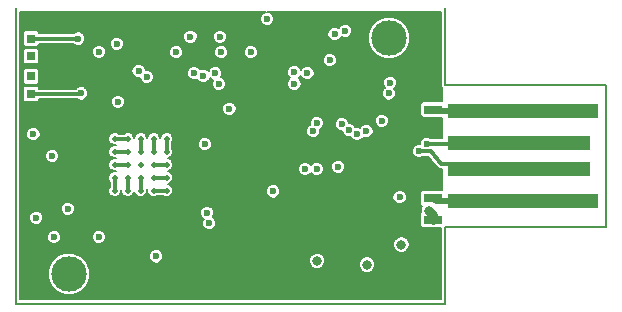
<source format=gbl>
G04 (created by PCBNEW (2013-05-16 BZR 4016)-stable) date 11. 1. 2014 1:24:09*
%MOIN*%
G04 Gerber Fmt 3.4, Leading zero omitted, Abs format*
%FSLAX34Y34*%
G01*
G70*
G90*
G04 APERTURE LIST*
%ADD10C,0.00590551*%
%ADD11R,0.0629921X0.0314961*%
%ADD12R,0.0314961X0.0314961*%
%ADD13C,0.11811*%
%ADD14R,0.5X0.05*%
%ADD15R,0.472441X0.05*%
%ADD16C,0.023622*%
%ADD17C,0.0314961*%
%ADD18C,0.019685*%
%ADD19C,0.011811*%
%ADD20C,0.0314961*%
%ADD21C,0.019685*%
%ADD22C,0.00787402*%
G04 APERTURE END LIST*
G54D10*
X20795Y-20510D02*
X20795Y-10667D01*
X35106Y-13206D02*
X35106Y-10667D01*
X40480Y-13206D02*
X35106Y-13206D01*
X35106Y-17970D02*
X35106Y-20510D01*
X40480Y-17970D02*
X35106Y-17970D01*
X40480Y-13206D02*
X40480Y-17970D01*
X35106Y-20510D02*
X20795Y-20510D01*
G54D11*
X34702Y-17704D03*
X34702Y-16996D03*
X34712Y-14752D03*
X34712Y-14043D03*
G54D12*
X21306Y-13521D03*
X21306Y-12931D03*
X21306Y-11671D03*
X21306Y-12262D03*
G54D13*
X33236Y-11651D03*
X22566Y-19525D03*
G54D14*
X37704Y-17088D03*
X37704Y-14088D03*
G54D15*
X37582Y-15163D03*
X37582Y-16014D03*
G54D16*
X27566Y-13187D03*
X27094Y-15195D03*
X28629Y-12124D03*
X31267Y-12399D03*
X34495Y-15175D03*
X34239Y-15431D03*
X27173Y-17478D03*
X30440Y-16021D03*
X27251Y-17832D03*
X30834Y-16021D03*
X26621Y-11612D03*
X33236Y-13502D03*
X27606Y-11612D03*
X33275Y-13147D03*
X22881Y-11671D03*
X31425Y-11533D03*
X22980Y-13502D03*
X30086Y-13187D03*
X30519Y-12832D03*
X31543Y-15943D03*
X30086Y-12793D03*
X30834Y-14486D03*
X27448Y-12832D03*
X31661Y-14525D03*
X30716Y-14762D03*
X27645Y-12124D03*
X32173Y-14860D03*
X24161Y-11848D03*
X26149Y-12124D03*
X22015Y-15588D03*
X22527Y-17340D03*
X31897Y-14722D03*
X22075Y-18292D03*
X32487Y-14762D03*
X21387Y-14860D03*
X32999Y-14407D03*
X27921Y-14014D03*
X29377Y-16769D03*
X33590Y-16966D03*
G54D17*
X34574Y-17419D03*
G54D16*
X30015Y-19750D03*
X24101Y-18680D03*
X21385Y-16297D03*
X23505Y-13030D03*
X22575Y-15590D03*
X33610Y-14486D03*
X26110Y-18689D03*
X21917Y-12557D03*
X32173Y-11415D03*
X33669Y-13777D03*
X27724Y-16454D03*
X24574Y-11179D03*
X26169Y-12636D03*
X27980Y-12202D03*
X27881Y-14880D03*
G54D18*
X32684Y-17537D03*
X32684Y-18088D03*
X32251Y-18088D03*
X31818Y-18088D03*
X31818Y-17537D03*
X32251Y-17537D03*
G54D16*
X21306Y-12931D03*
X21306Y-12262D03*
G54D17*
X30845Y-19080D03*
X32505Y-19210D03*
G54D16*
X26739Y-12832D03*
X25165Y-12951D03*
G54D18*
X25401Y-15884D03*
X25834Y-15884D03*
X25834Y-15451D03*
X25834Y-15017D03*
X25401Y-15017D03*
X25401Y-15451D03*
X24968Y-15884D03*
X24958Y-15874D03*
X25391Y-16307D03*
X25824Y-16307D03*
X25824Y-16740D03*
X25391Y-16740D03*
X24958Y-16740D03*
X24958Y-16307D03*
X24535Y-15884D03*
X24102Y-15884D03*
X24102Y-16317D03*
X24102Y-16750D03*
X24535Y-16750D03*
X24535Y-16317D03*
X24968Y-15884D03*
X24968Y-15884D03*
X24535Y-15451D03*
X24102Y-15451D03*
X24102Y-15017D03*
X24535Y-15017D03*
X24968Y-15017D03*
X24968Y-15451D03*
G54D16*
X23566Y-18286D03*
X24204Y-13779D03*
X23570Y-12110D03*
X29180Y-11021D03*
X21485Y-17650D03*
X31779Y-11415D03*
X25480Y-18935D03*
X27054Y-12911D03*
X24889Y-12754D03*
G54D17*
X33649Y-18541D03*
G54D19*
X37570Y-15175D02*
X37582Y-15163D01*
X34495Y-15175D02*
X37570Y-15175D01*
X34633Y-15431D02*
X34239Y-15431D01*
X37582Y-16014D02*
X37574Y-16021D01*
X34633Y-15431D02*
X34968Y-15844D01*
X35834Y-15844D02*
X37574Y-16021D01*
X34968Y-15844D02*
X35834Y-15844D01*
X21306Y-11671D02*
X22881Y-11671D01*
X21306Y-13521D02*
X22960Y-13521D01*
X22960Y-13521D02*
X22980Y-13502D01*
X21306Y-13531D02*
X21306Y-13521D01*
G54D20*
X34702Y-17704D02*
X34702Y-17547D01*
X34702Y-17547D02*
X34574Y-17419D01*
G54D19*
X26110Y-18689D02*
X26110Y-18699D01*
X21917Y-12557D02*
X21936Y-12557D01*
X32684Y-18088D02*
X32684Y-17537D01*
X31818Y-18088D02*
X32251Y-18088D01*
X32251Y-17537D02*
X31818Y-17537D01*
G54D21*
X37704Y-17088D02*
X34795Y-17088D01*
X34795Y-17088D02*
X34702Y-16996D01*
X37704Y-17088D02*
X37802Y-17084D01*
X37704Y-14088D02*
X34757Y-14088D01*
X34757Y-14088D02*
X34712Y-14043D01*
G54D19*
X25401Y-15884D02*
X25834Y-15884D01*
X25834Y-15451D02*
X25834Y-15017D01*
X25401Y-15451D02*
X25401Y-15017D01*
X25391Y-16307D02*
X25824Y-16307D01*
X25391Y-16740D02*
X25824Y-16740D01*
X24958Y-16307D02*
X24958Y-16740D01*
X24535Y-15884D02*
X24102Y-15884D01*
X24102Y-16317D02*
X24102Y-16750D01*
X24535Y-16317D02*
X24535Y-16750D01*
X24535Y-15451D02*
X24102Y-15451D01*
X24535Y-15017D02*
X24102Y-15017D01*
X24968Y-15451D02*
X24968Y-15017D01*
X23570Y-12110D02*
X23575Y-12110D01*
G54D10*
G36*
X35007Y-16720D02*
X34994Y-16720D01*
X34364Y-16720D01*
X34320Y-16738D01*
X34287Y-16771D01*
X34269Y-16815D01*
X34269Y-16862D01*
X34269Y-17177D01*
X34287Y-17220D01*
X34320Y-17253D01*
X34341Y-17262D01*
X34341Y-17263D01*
X34319Y-17314D01*
X34319Y-17314D01*
X34319Y-17314D01*
X34299Y-17364D01*
X34298Y-17469D01*
X34287Y-17480D01*
X34269Y-17523D01*
X34269Y-17570D01*
X34269Y-17885D01*
X34287Y-17929D01*
X34320Y-17962D01*
X34364Y-17980D01*
X34410Y-17980D01*
X34958Y-17980D01*
X34958Y-20362D01*
X33944Y-20362D01*
X33944Y-11511D01*
X33837Y-11250D01*
X33637Y-11051D01*
X33377Y-10943D01*
X33095Y-10943D01*
X32835Y-11050D01*
X32635Y-11249D01*
X32527Y-11510D01*
X32527Y-11792D01*
X32634Y-12052D01*
X32834Y-12252D01*
X33094Y-12360D01*
X33376Y-12360D01*
X33636Y-12252D01*
X33836Y-12053D01*
X33944Y-11793D01*
X33944Y-11511D01*
X33944Y-20362D01*
X33925Y-20362D01*
X33925Y-18486D01*
X33883Y-18385D01*
X33826Y-18328D01*
X33826Y-16919D01*
X33790Y-16833D01*
X33724Y-16766D01*
X33637Y-16730D01*
X33543Y-16730D01*
X33511Y-16743D01*
X33511Y-13101D01*
X33475Y-13014D01*
X33409Y-12947D01*
X33322Y-12911D01*
X33228Y-12911D01*
X33141Y-12947D01*
X33075Y-13013D01*
X33039Y-13100D01*
X33039Y-13194D01*
X33075Y-13281D01*
X33098Y-13305D01*
X33035Y-13368D01*
X32999Y-13455D01*
X32999Y-13548D01*
X33035Y-13635D01*
X33102Y-13702D01*
X33188Y-13738D01*
X33282Y-13738D01*
X33369Y-13702D01*
X33436Y-13636D01*
X33472Y-13549D01*
X33472Y-13455D01*
X33436Y-13368D01*
X33412Y-13344D01*
X33475Y-13281D01*
X33511Y-13195D01*
X33511Y-13101D01*
X33511Y-16743D01*
X33456Y-16766D01*
X33390Y-16832D01*
X33354Y-16919D01*
X33354Y-17013D01*
X33389Y-17100D01*
X33456Y-17166D01*
X33543Y-17202D01*
X33637Y-17203D01*
X33723Y-17167D01*
X33790Y-17100D01*
X33826Y-17013D01*
X33826Y-16919D01*
X33826Y-18328D01*
X33805Y-18308D01*
X33704Y-18266D01*
X33594Y-18265D01*
X33493Y-18307D01*
X33415Y-18385D01*
X33373Y-18486D01*
X33373Y-18596D01*
X33415Y-18697D01*
X33493Y-18775D01*
X33594Y-18817D01*
X33704Y-18817D01*
X33805Y-18775D01*
X33882Y-18697D01*
X33925Y-18596D01*
X33925Y-18486D01*
X33925Y-20362D01*
X33236Y-20362D01*
X33236Y-14360D01*
X33200Y-14274D01*
X33133Y-14207D01*
X33046Y-14171D01*
X32953Y-14171D01*
X32866Y-14207D01*
X32799Y-14273D01*
X32763Y-14360D01*
X32763Y-14454D01*
X32799Y-14541D01*
X32865Y-14607D01*
X32952Y-14643D01*
X33046Y-14643D01*
X33133Y-14608D01*
X33199Y-14541D01*
X33235Y-14454D01*
X33236Y-14360D01*
X33236Y-20362D01*
X32780Y-20362D01*
X32780Y-19155D01*
X32738Y-19054D01*
X32724Y-19039D01*
X32724Y-14715D01*
X32688Y-14628D01*
X32621Y-14561D01*
X32535Y-14525D01*
X32441Y-14525D01*
X32354Y-14561D01*
X32287Y-14628D01*
X32279Y-14648D01*
X32220Y-14624D01*
X32126Y-14624D01*
X32114Y-14629D01*
X32097Y-14589D01*
X32031Y-14522D01*
X32015Y-14515D01*
X32015Y-11368D01*
X31979Y-11281D01*
X31913Y-11215D01*
X31826Y-11179D01*
X31732Y-11179D01*
X31645Y-11215D01*
X31579Y-11281D01*
X31557Y-11333D01*
X31472Y-11297D01*
X31378Y-11297D01*
X31291Y-11333D01*
X31224Y-11399D01*
X31188Y-11486D01*
X31188Y-11580D01*
X31224Y-11667D01*
X31291Y-11733D01*
X31377Y-11769D01*
X31471Y-11769D01*
X31558Y-11734D01*
X31625Y-11667D01*
X31646Y-11616D01*
X31732Y-11651D01*
X31826Y-11651D01*
X31912Y-11615D01*
X31979Y-11549D01*
X32015Y-11462D01*
X32015Y-11368D01*
X32015Y-14515D01*
X31944Y-14486D01*
X31897Y-14486D01*
X31897Y-14479D01*
X31861Y-14392D01*
X31795Y-14325D01*
X31708Y-14289D01*
X31614Y-14289D01*
X31527Y-14325D01*
X31503Y-14349D01*
X31503Y-12353D01*
X31467Y-12266D01*
X31401Y-12199D01*
X31314Y-12163D01*
X31220Y-12163D01*
X31133Y-12199D01*
X31067Y-12265D01*
X31031Y-12352D01*
X31031Y-12446D01*
X31067Y-12533D01*
X31133Y-12599D01*
X31220Y-12636D01*
X31314Y-12636D01*
X31401Y-12600D01*
X31467Y-12533D01*
X31503Y-12447D01*
X31503Y-12353D01*
X31503Y-14349D01*
X31461Y-14391D01*
X31425Y-14478D01*
X31424Y-14572D01*
X31460Y-14659D01*
X31527Y-14725D01*
X31614Y-14762D01*
X31661Y-14762D01*
X31661Y-14769D01*
X31697Y-14856D01*
X31763Y-14922D01*
X31850Y-14958D01*
X31944Y-14958D01*
X31956Y-14954D01*
X31972Y-14994D01*
X32039Y-15060D01*
X32125Y-15096D01*
X32219Y-15096D01*
X32306Y-15060D01*
X32373Y-14994D01*
X32381Y-14973D01*
X32440Y-14998D01*
X32534Y-14998D01*
X32621Y-14962D01*
X32688Y-14896D01*
X32724Y-14809D01*
X32724Y-14715D01*
X32724Y-19039D01*
X32661Y-18976D01*
X32560Y-18934D01*
X32450Y-18934D01*
X32349Y-18976D01*
X32271Y-19053D01*
X32229Y-19154D01*
X32229Y-19264D01*
X32271Y-19365D01*
X32348Y-19443D01*
X32449Y-19485D01*
X32559Y-19485D01*
X32660Y-19443D01*
X32738Y-19366D01*
X32780Y-19265D01*
X32780Y-19155D01*
X32780Y-20362D01*
X31779Y-20362D01*
X31779Y-15896D01*
X31743Y-15809D01*
X31677Y-15743D01*
X31590Y-15706D01*
X31496Y-15706D01*
X31409Y-15742D01*
X31342Y-15809D01*
X31306Y-15895D01*
X31306Y-15989D01*
X31342Y-16076D01*
X31409Y-16143D01*
X31495Y-16179D01*
X31589Y-16179D01*
X31676Y-16143D01*
X31743Y-16077D01*
X31779Y-15990D01*
X31779Y-15896D01*
X31779Y-20362D01*
X31120Y-20362D01*
X31120Y-19025D01*
X31078Y-18924D01*
X31070Y-18916D01*
X31070Y-15975D01*
X31070Y-14439D01*
X31034Y-14352D01*
X30968Y-14286D01*
X30881Y-14250D01*
X30787Y-14250D01*
X30755Y-14263D01*
X30755Y-12786D01*
X30719Y-12699D01*
X30653Y-12632D01*
X30566Y-12596D01*
X30472Y-12596D01*
X30385Y-12632D01*
X30319Y-12698D01*
X30311Y-12718D01*
X30286Y-12659D01*
X30220Y-12593D01*
X30133Y-12557D01*
X30039Y-12557D01*
X29952Y-12593D01*
X29886Y-12659D01*
X29850Y-12746D01*
X29850Y-12840D01*
X29886Y-12927D01*
X29949Y-12990D01*
X29886Y-13053D01*
X29850Y-13140D01*
X29850Y-13234D01*
X29886Y-13320D01*
X29952Y-13387D01*
X30039Y-13423D01*
X30133Y-13423D01*
X30220Y-13387D01*
X30286Y-13321D01*
X30322Y-13234D01*
X30322Y-13140D01*
X30286Y-13053D01*
X30223Y-12990D01*
X30286Y-12927D01*
X30294Y-12907D01*
X30319Y-12966D01*
X30385Y-13033D01*
X30472Y-13069D01*
X30566Y-13069D01*
X30653Y-13033D01*
X30719Y-12966D01*
X30755Y-12880D01*
X30755Y-12786D01*
X30755Y-14263D01*
X30700Y-14286D01*
X30634Y-14352D01*
X30598Y-14439D01*
X30598Y-14533D01*
X30605Y-14552D01*
X30582Y-14561D01*
X30516Y-14628D01*
X30480Y-14714D01*
X30480Y-14808D01*
X30515Y-14895D01*
X30582Y-14962D01*
X30669Y-14998D01*
X30763Y-14998D01*
X30849Y-14962D01*
X30916Y-14896D01*
X30952Y-14809D01*
X30952Y-14715D01*
X30944Y-14696D01*
X30968Y-14686D01*
X31034Y-14620D01*
X31070Y-14533D01*
X31070Y-14439D01*
X31070Y-15975D01*
X31034Y-15888D01*
X30968Y-15821D01*
X30881Y-15785D01*
X30787Y-15785D01*
X30700Y-15821D01*
X30637Y-15884D01*
X30574Y-15821D01*
X30487Y-15785D01*
X30393Y-15785D01*
X30307Y-15821D01*
X30240Y-15887D01*
X30204Y-15974D01*
X30204Y-16068D01*
X30240Y-16155D01*
X30306Y-16222D01*
X30393Y-16258D01*
X30487Y-16258D01*
X30574Y-16222D01*
X30637Y-16159D01*
X30700Y-16222D01*
X30787Y-16258D01*
X30881Y-16258D01*
X30968Y-16222D01*
X31034Y-16155D01*
X31070Y-16069D01*
X31070Y-15975D01*
X31070Y-18916D01*
X31001Y-18846D01*
X30900Y-18804D01*
X30790Y-18804D01*
X30689Y-18846D01*
X30611Y-18923D01*
X30569Y-19024D01*
X30569Y-19134D01*
X30611Y-19235D01*
X30688Y-19313D01*
X30789Y-19355D01*
X30899Y-19355D01*
X31000Y-19313D01*
X31078Y-19236D01*
X31120Y-19135D01*
X31120Y-19025D01*
X31120Y-20362D01*
X29614Y-20362D01*
X29614Y-16723D01*
X29578Y-16636D01*
X29511Y-16569D01*
X29424Y-16533D01*
X29330Y-16533D01*
X29244Y-16569D01*
X29177Y-16635D01*
X29141Y-16722D01*
X29141Y-16816D01*
X29177Y-16903D01*
X29243Y-16970D01*
X29330Y-17006D01*
X29424Y-17006D01*
X29511Y-16970D01*
X29577Y-16903D01*
X29613Y-16817D01*
X29614Y-16723D01*
X29614Y-20362D01*
X28865Y-20362D01*
X28865Y-12077D01*
X28830Y-11990D01*
X28763Y-11924D01*
X28676Y-11888D01*
X28582Y-11887D01*
X28496Y-11923D01*
X28429Y-11990D01*
X28393Y-12077D01*
X28393Y-12171D01*
X28429Y-12257D01*
X28495Y-12324D01*
X28582Y-12360D01*
X28676Y-12360D01*
X28763Y-12324D01*
X28829Y-12258D01*
X28865Y-12171D01*
X28865Y-12077D01*
X28865Y-20362D01*
X28157Y-20362D01*
X28157Y-13967D01*
X28121Y-13880D01*
X28055Y-13813D01*
X27968Y-13777D01*
X27881Y-13777D01*
X27881Y-12077D01*
X27845Y-11990D01*
X27842Y-11987D01*
X27842Y-11565D01*
X27806Y-11478D01*
X27740Y-11412D01*
X27653Y-11376D01*
X27559Y-11376D01*
X27472Y-11412D01*
X27405Y-11478D01*
X27369Y-11565D01*
X27369Y-11659D01*
X27405Y-11746D01*
X27472Y-11812D01*
X27558Y-11848D01*
X27652Y-11848D01*
X27739Y-11812D01*
X27806Y-11746D01*
X27842Y-11659D01*
X27842Y-11565D01*
X27842Y-11987D01*
X27779Y-11924D01*
X27692Y-11888D01*
X27598Y-11887D01*
X27511Y-11923D01*
X27445Y-11990D01*
X27409Y-12077D01*
X27409Y-12171D01*
X27445Y-12257D01*
X27511Y-12324D01*
X27598Y-12360D01*
X27692Y-12360D01*
X27779Y-12324D01*
X27845Y-12258D01*
X27881Y-12171D01*
X27881Y-12077D01*
X27881Y-13777D01*
X27874Y-13777D01*
X27802Y-13807D01*
X27802Y-13140D01*
X27767Y-13053D01*
X27700Y-12987D01*
X27649Y-12965D01*
X27684Y-12880D01*
X27684Y-12786D01*
X27648Y-12699D01*
X27582Y-12632D01*
X27495Y-12596D01*
X27401Y-12596D01*
X27314Y-12632D01*
X27248Y-12698D01*
X27227Y-12749D01*
X27188Y-12711D01*
X27102Y-12675D01*
X27008Y-12675D01*
X26941Y-12702D01*
X26940Y-12699D01*
X26873Y-12632D01*
X26858Y-12626D01*
X26858Y-11565D01*
X26822Y-11478D01*
X26755Y-11412D01*
X26669Y-11376D01*
X26575Y-11376D01*
X26488Y-11412D01*
X26421Y-11478D01*
X26385Y-11565D01*
X26385Y-11659D01*
X26421Y-11746D01*
X26487Y-11812D01*
X26574Y-11848D01*
X26668Y-11848D01*
X26755Y-11812D01*
X26821Y-11746D01*
X26858Y-11659D01*
X26858Y-11565D01*
X26858Y-12626D01*
X26787Y-12596D01*
X26693Y-12596D01*
X26606Y-12632D01*
X26539Y-12698D01*
X26503Y-12785D01*
X26503Y-12879D01*
X26539Y-12966D01*
X26605Y-13033D01*
X26692Y-13069D01*
X26786Y-13069D01*
X26853Y-13041D01*
X26854Y-13045D01*
X26920Y-13111D01*
X27007Y-13147D01*
X27101Y-13147D01*
X27188Y-13112D01*
X27255Y-13045D01*
X27276Y-12994D01*
X27314Y-13033D01*
X27366Y-13054D01*
X27330Y-13140D01*
X27330Y-13234D01*
X27366Y-13320D01*
X27432Y-13387D01*
X27519Y-13423D01*
X27613Y-13423D01*
X27700Y-13387D01*
X27766Y-13321D01*
X27802Y-13234D01*
X27802Y-13140D01*
X27802Y-13807D01*
X27787Y-13813D01*
X27720Y-13880D01*
X27684Y-13966D01*
X27684Y-14060D01*
X27720Y-14147D01*
X27787Y-14214D01*
X27873Y-14250D01*
X27967Y-14250D01*
X28054Y-14214D01*
X28121Y-14147D01*
X28157Y-14061D01*
X28157Y-13967D01*
X28157Y-20362D01*
X27488Y-20362D01*
X27488Y-17786D01*
X27452Y-17699D01*
X27385Y-17632D01*
X27362Y-17623D01*
X27373Y-17612D01*
X27409Y-17525D01*
X27409Y-17431D01*
X27373Y-17344D01*
X27330Y-17302D01*
X27330Y-15148D01*
X27294Y-15061D01*
X27228Y-14994D01*
X27141Y-14958D01*
X27047Y-14958D01*
X26960Y-14994D01*
X26894Y-15061D01*
X26858Y-15147D01*
X26858Y-15241D01*
X26893Y-15328D01*
X26960Y-15395D01*
X27047Y-15431D01*
X27141Y-15431D01*
X27227Y-15395D01*
X27294Y-15329D01*
X27330Y-15242D01*
X27330Y-15148D01*
X27330Y-17302D01*
X27307Y-17278D01*
X27220Y-17242D01*
X27126Y-17242D01*
X27039Y-17278D01*
X26972Y-17344D01*
X26936Y-17431D01*
X26936Y-17525D01*
X26972Y-17612D01*
X27039Y-17678D01*
X27062Y-17688D01*
X27051Y-17698D01*
X27015Y-17785D01*
X27015Y-17879D01*
X27051Y-17966D01*
X27117Y-18033D01*
X27204Y-18069D01*
X27298Y-18069D01*
X27385Y-18033D01*
X27451Y-17966D01*
X27487Y-17880D01*
X27488Y-17786D01*
X27488Y-20362D01*
X26385Y-20362D01*
X26385Y-12077D01*
X26349Y-11990D01*
X26283Y-11924D01*
X26196Y-11888D01*
X26102Y-11887D01*
X26015Y-11923D01*
X25949Y-11990D01*
X25913Y-12077D01*
X25913Y-12171D01*
X25949Y-12257D01*
X26015Y-12324D01*
X26102Y-12360D01*
X26196Y-12360D01*
X26283Y-12324D01*
X26349Y-12258D01*
X26385Y-12171D01*
X26385Y-12077D01*
X26385Y-20362D01*
X26051Y-20362D01*
X26051Y-15841D01*
X26018Y-15761D01*
X25957Y-15700D01*
X25877Y-15667D01*
X25877Y-15667D01*
X25956Y-15634D01*
X26017Y-15573D01*
X26050Y-15494D01*
X26051Y-15408D01*
X26018Y-15328D01*
X26011Y-15322D01*
X26011Y-15147D01*
X26017Y-15140D01*
X26050Y-15061D01*
X26051Y-14975D01*
X26018Y-14895D01*
X25957Y-14834D01*
X25877Y-14801D01*
X25791Y-14801D01*
X25711Y-14834D01*
X25650Y-14895D01*
X25617Y-14974D01*
X25617Y-14975D01*
X25585Y-14895D01*
X25524Y-14834D01*
X25444Y-14801D01*
X25401Y-14801D01*
X25401Y-12904D01*
X25365Y-12817D01*
X25299Y-12750D01*
X25212Y-12714D01*
X25125Y-12714D01*
X25125Y-12707D01*
X25089Y-12620D01*
X25023Y-12554D01*
X24936Y-12517D01*
X24842Y-12517D01*
X24755Y-12553D01*
X24689Y-12620D01*
X24653Y-12706D01*
X24653Y-12800D01*
X24689Y-12887D01*
X24755Y-12954D01*
X24842Y-12990D01*
X24928Y-12990D01*
X24928Y-12997D01*
X24964Y-13084D01*
X25031Y-13151D01*
X25117Y-13187D01*
X25211Y-13187D01*
X25298Y-13151D01*
X25365Y-13085D01*
X25401Y-12998D01*
X25401Y-12904D01*
X25401Y-14801D01*
X25358Y-14801D01*
X25278Y-14834D01*
X25217Y-14895D01*
X25184Y-14974D01*
X25184Y-14975D01*
X25151Y-14895D01*
X25091Y-14834D01*
X25011Y-14801D01*
X24925Y-14801D01*
X24845Y-14834D01*
X24784Y-14895D01*
X24751Y-14974D01*
X24751Y-14975D01*
X24718Y-14895D01*
X24658Y-14834D01*
X24578Y-14801D01*
X24492Y-14801D01*
X24440Y-14822D01*
X24440Y-13732D01*
X24404Y-13645D01*
X24397Y-13638D01*
X24397Y-11801D01*
X24361Y-11715D01*
X24295Y-11648D01*
X24208Y-11612D01*
X24114Y-11612D01*
X24027Y-11648D01*
X23961Y-11714D01*
X23925Y-11801D01*
X23924Y-11895D01*
X23960Y-11982D01*
X24027Y-12048D01*
X24114Y-12084D01*
X24208Y-12084D01*
X24294Y-12049D01*
X24361Y-11982D01*
X24397Y-11895D01*
X24397Y-11801D01*
X24397Y-13638D01*
X24337Y-13578D01*
X24251Y-13542D01*
X24157Y-13542D01*
X24070Y-13578D01*
X24003Y-13645D01*
X23967Y-13731D01*
X23967Y-13825D01*
X24003Y-13912D01*
X24070Y-13979D01*
X24156Y-14015D01*
X24250Y-14015D01*
X24337Y-13979D01*
X24404Y-13912D01*
X24440Y-13826D01*
X24440Y-13732D01*
X24440Y-14822D01*
X24412Y-14834D01*
X24406Y-14840D01*
X24231Y-14840D01*
X24224Y-14834D01*
X24145Y-14801D01*
X24059Y-14801D01*
X23979Y-14834D01*
X23918Y-14895D01*
X23885Y-14974D01*
X23885Y-15060D01*
X23918Y-15140D01*
X23979Y-15201D01*
X24058Y-15234D01*
X24145Y-15234D01*
X24059Y-15234D01*
X23979Y-15267D01*
X23918Y-15328D01*
X23885Y-15407D01*
X23885Y-15493D01*
X23918Y-15573D01*
X23979Y-15634D01*
X24058Y-15667D01*
X24145Y-15667D01*
X24059Y-15667D01*
X23979Y-15700D01*
X23918Y-15761D01*
X23885Y-15840D01*
X23885Y-15926D01*
X23918Y-16006D01*
X23979Y-16067D01*
X24058Y-16100D01*
X24145Y-16100D01*
X24059Y-16100D01*
X23979Y-16133D01*
X23918Y-16194D01*
X23885Y-16273D01*
X23885Y-16360D01*
X23918Y-16439D01*
X23925Y-16446D01*
X23925Y-16621D01*
X23918Y-16627D01*
X23885Y-16706D01*
X23885Y-16793D01*
X23918Y-16872D01*
X23979Y-16933D01*
X24058Y-16966D01*
X24145Y-16966D01*
X24224Y-16933D01*
X24285Y-16873D01*
X24318Y-16793D01*
X24318Y-16707D01*
X24318Y-16793D01*
X24351Y-16872D01*
X24412Y-16933D01*
X24491Y-16966D01*
X24578Y-16966D01*
X24657Y-16933D01*
X24718Y-16873D01*
X24748Y-16800D01*
X24774Y-16862D01*
X24835Y-16923D01*
X24915Y-16956D01*
X25001Y-16956D01*
X25080Y-16924D01*
X25141Y-16863D01*
X25174Y-16783D01*
X25175Y-16697D01*
X25174Y-16783D01*
X25207Y-16862D01*
X25268Y-16923D01*
X25348Y-16956D01*
X25434Y-16956D01*
X25514Y-16924D01*
X25520Y-16917D01*
X25695Y-16917D01*
X25701Y-16923D01*
X25781Y-16956D01*
X25867Y-16956D01*
X25947Y-16924D01*
X26008Y-16863D01*
X26041Y-16783D01*
X26041Y-16697D01*
X26008Y-16617D01*
X25947Y-16556D01*
X25867Y-16523D01*
X25867Y-16523D01*
X25947Y-16490D01*
X26008Y-16430D01*
X26041Y-16350D01*
X26041Y-16264D01*
X26008Y-16184D01*
X25947Y-16123D01*
X25884Y-16097D01*
X25956Y-16067D01*
X26017Y-16006D01*
X26050Y-15927D01*
X26051Y-15841D01*
X26051Y-20362D01*
X25716Y-20362D01*
X25716Y-18888D01*
X25680Y-18801D01*
X25614Y-18735D01*
X25527Y-18699D01*
X25433Y-18699D01*
X25346Y-18734D01*
X25279Y-18801D01*
X25243Y-18888D01*
X25243Y-18982D01*
X25279Y-19068D01*
X25346Y-19135D01*
X25432Y-19171D01*
X25526Y-19171D01*
X25613Y-19135D01*
X25680Y-19069D01*
X25716Y-18982D01*
X25716Y-18888D01*
X25716Y-20362D01*
X23806Y-20362D01*
X23806Y-12063D01*
X23771Y-11976D01*
X23704Y-11909D01*
X23617Y-11873D01*
X23523Y-11873D01*
X23437Y-11909D01*
X23370Y-11976D01*
X23334Y-12062D01*
X23334Y-12156D01*
X23370Y-12243D01*
X23436Y-12310D01*
X23523Y-12346D01*
X23617Y-12346D01*
X23704Y-12310D01*
X23770Y-12243D01*
X23806Y-12157D01*
X23806Y-12063D01*
X23806Y-20362D01*
X23802Y-20362D01*
X23802Y-18239D01*
X23766Y-18152D01*
X23699Y-18085D01*
X23613Y-18049D01*
X23519Y-18049D01*
X23432Y-18085D01*
X23365Y-18152D01*
X23329Y-18238D01*
X23329Y-18332D01*
X23365Y-18419D01*
X23432Y-18486D01*
X23518Y-18522D01*
X23612Y-18522D01*
X23699Y-18486D01*
X23766Y-18419D01*
X23802Y-18333D01*
X23802Y-18239D01*
X23802Y-20362D01*
X23275Y-20362D01*
X23275Y-19385D01*
X23216Y-19242D01*
X23216Y-13455D01*
X23180Y-13368D01*
X23117Y-13305D01*
X23117Y-11624D01*
X23082Y-11537D01*
X23015Y-11471D01*
X22928Y-11435D01*
X22834Y-11435D01*
X22748Y-11471D01*
X22724Y-11494D01*
X21582Y-11494D01*
X21582Y-11490D01*
X21564Y-11447D01*
X21531Y-11413D01*
X21487Y-11395D01*
X21440Y-11395D01*
X21126Y-11395D01*
X21082Y-11413D01*
X21049Y-11447D01*
X21031Y-11490D01*
X21031Y-11537D01*
X21031Y-11852D01*
X21049Y-11895D01*
X21082Y-11929D01*
X21125Y-11947D01*
X21172Y-11947D01*
X21487Y-11947D01*
X21531Y-11929D01*
X21564Y-11895D01*
X21582Y-11852D01*
X21582Y-11848D01*
X22724Y-11848D01*
X22747Y-11871D01*
X22834Y-11907D01*
X22928Y-11907D01*
X23015Y-11871D01*
X23081Y-11805D01*
X23117Y-11718D01*
X23117Y-11624D01*
X23117Y-13305D01*
X23114Y-13302D01*
X23027Y-13266D01*
X22933Y-13265D01*
X22846Y-13301D01*
X22803Y-13344D01*
X21582Y-13344D01*
X21582Y-13341D01*
X21582Y-13065D01*
X21582Y-12750D01*
X21582Y-12396D01*
X21582Y-12081D01*
X21564Y-12037D01*
X21531Y-12004D01*
X21487Y-11986D01*
X21440Y-11986D01*
X21126Y-11986D01*
X21082Y-12004D01*
X21049Y-12037D01*
X21031Y-12080D01*
X21031Y-12127D01*
X21031Y-12442D01*
X21049Y-12486D01*
X21082Y-12519D01*
X21125Y-12537D01*
X21172Y-12537D01*
X21487Y-12537D01*
X21531Y-12519D01*
X21564Y-12486D01*
X21582Y-12443D01*
X21582Y-12396D01*
X21582Y-12750D01*
X21564Y-12707D01*
X21531Y-12673D01*
X21487Y-12655D01*
X21440Y-12655D01*
X21126Y-12655D01*
X21082Y-12673D01*
X21049Y-12706D01*
X21031Y-12750D01*
X21031Y-12797D01*
X21031Y-13112D01*
X21049Y-13155D01*
X21082Y-13188D01*
X21125Y-13206D01*
X21172Y-13206D01*
X21487Y-13206D01*
X21531Y-13189D01*
X21564Y-13155D01*
X21582Y-13112D01*
X21582Y-13065D01*
X21582Y-13341D01*
X21564Y-13297D01*
X21531Y-13264D01*
X21487Y-13246D01*
X21440Y-13246D01*
X21126Y-13246D01*
X21082Y-13264D01*
X21049Y-13297D01*
X21031Y-13340D01*
X21031Y-13387D01*
X21031Y-13702D01*
X21049Y-13746D01*
X21082Y-13779D01*
X21125Y-13797D01*
X21172Y-13797D01*
X21487Y-13797D01*
X21531Y-13779D01*
X21564Y-13746D01*
X21582Y-13702D01*
X21582Y-13699D01*
X22842Y-13699D01*
X22846Y-13702D01*
X22932Y-13738D01*
X23026Y-13738D01*
X23113Y-13702D01*
X23180Y-13636D01*
X23216Y-13549D01*
X23216Y-13455D01*
X23216Y-19242D01*
X23167Y-19124D01*
X22968Y-18925D01*
X22763Y-18840D01*
X22763Y-17294D01*
X22727Y-17207D01*
X22661Y-17140D01*
X22574Y-17104D01*
X22480Y-17104D01*
X22393Y-17140D01*
X22327Y-17206D01*
X22291Y-17293D01*
X22291Y-17387D01*
X22326Y-17474D01*
X22393Y-17540D01*
X22480Y-17576D01*
X22574Y-17577D01*
X22660Y-17541D01*
X22727Y-17474D01*
X22763Y-17387D01*
X22763Y-17294D01*
X22763Y-18840D01*
X22708Y-18817D01*
X22426Y-18817D01*
X22311Y-18864D01*
X22311Y-18245D01*
X22275Y-18158D01*
X22251Y-18134D01*
X22251Y-15542D01*
X22215Y-15455D01*
X22149Y-15388D01*
X22062Y-15352D01*
X21968Y-15352D01*
X21881Y-15388D01*
X21815Y-15454D01*
X21779Y-15541D01*
X21779Y-15635D01*
X21815Y-15722D01*
X21881Y-15788D01*
X21968Y-15824D01*
X22062Y-15825D01*
X22149Y-15789D01*
X22215Y-15722D01*
X22251Y-15636D01*
X22251Y-15542D01*
X22251Y-18134D01*
X22208Y-18091D01*
X22122Y-18055D01*
X22028Y-18055D01*
X21941Y-18091D01*
X21874Y-18158D01*
X21838Y-18244D01*
X21838Y-18338D01*
X21874Y-18425D01*
X21941Y-18492D01*
X22027Y-18528D01*
X22121Y-18528D01*
X22208Y-18492D01*
X22275Y-18425D01*
X22311Y-18339D01*
X22311Y-18245D01*
X22311Y-18864D01*
X22165Y-18924D01*
X21966Y-19123D01*
X21858Y-19384D01*
X21857Y-19666D01*
X21965Y-19926D01*
X22164Y-20126D01*
X22425Y-20234D01*
X22707Y-20234D01*
X22967Y-20126D01*
X23167Y-19927D01*
X23275Y-19667D01*
X23275Y-19385D01*
X23275Y-20362D01*
X21721Y-20362D01*
X21721Y-17603D01*
X21685Y-17516D01*
X21623Y-17454D01*
X21623Y-14813D01*
X21587Y-14726D01*
X21520Y-14659D01*
X21434Y-14623D01*
X21340Y-14623D01*
X21253Y-14659D01*
X21186Y-14726D01*
X21150Y-14812D01*
X21150Y-14906D01*
X21186Y-14993D01*
X21253Y-15060D01*
X21339Y-15096D01*
X21433Y-15096D01*
X21520Y-15060D01*
X21587Y-14993D01*
X21623Y-14907D01*
X21623Y-14813D01*
X21623Y-17454D01*
X21618Y-17449D01*
X21532Y-17413D01*
X21438Y-17413D01*
X21351Y-17449D01*
X21284Y-17516D01*
X21248Y-17602D01*
X21248Y-17696D01*
X21284Y-17783D01*
X21351Y-17850D01*
X21437Y-17886D01*
X21531Y-17886D01*
X21618Y-17850D01*
X21685Y-17783D01*
X21721Y-17697D01*
X21721Y-17603D01*
X21721Y-20362D01*
X20942Y-20362D01*
X20942Y-10785D01*
X29134Y-10785D01*
X29047Y-10821D01*
X28980Y-10887D01*
X28944Y-10974D01*
X28944Y-11068D01*
X28980Y-11155D01*
X29046Y-11222D01*
X29133Y-11258D01*
X29227Y-11258D01*
X29314Y-11222D01*
X29381Y-11155D01*
X29417Y-11069D01*
X29417Y-10975D01*
X29381Y-10888D01*
X29314Y-10821D01*
X29228Y-10785D01*
X29181Y-10785D01*
X34958Y-10785D01*
X34958Y-13206D01*
X34969Y-13263D01*
X35001Y-13311D01*
X35007Y-13315D01*
X35007Y-13767D01*
X35003Y-13767D01*
X34374Y-13767D01*
X34330Y-13785D01*
X34297Y-13819D01*
X34279Y-13862D01*
X34279Y-13909D01*
X34279Y-14224D01*
X34297Y-14267D01*
X34330Y-14301D01*
X34373Y-14319D01*
X34420Y-14319D01*
X35007Y-14319D01*
X35007Y-14998D01*
X34652Y-14998D01*
X34629Y-14975D01*
X34543Y-14939D01*
X34449Y-14939D01*
X34362Y-14975D01*
X34295Y-15041D01*
X34259Y-15128D01*
X34259Y-15195D01*
X34193Y-15195D01*
X34106Y-15230D01*
X34039Y-15297D01*
X34003Y-15384D01*
X34003Y-15478D01*
X34039Y-15564D01*
X34105Y-15631D01*
X34192Y-15667D01*
X34286Y-15667D01*
X34373Y-15631D01*
X34396Y-15608D01*
X34549Y-15608D01*
X34830Y-15956D01*
X34837Y-15961D01*
X34843Y-15969D01*
X34864Y-15984D01*
X34883Y-16000D01*
X34892Y-16003D01*
X34900Y-16008D01*
X34926Y-16013D01*
X34949Y-16020D01*
X34958Y-16020D01*
X34968Y-16021D01*
X35007Y-16021D01*
X35007Y-16720D01*
X35007Y-16720D01*
G37*
G54D22*
X35007Y-16720D02*
X34994Y-16720D01*
X34364Y-16720D01*
X34320Y-16738D01*
X34287Y-16771D01*
X34269Y-16815D01*
X34269Y-16862D01*
X34269Y-17177D01*
X34287Y-17220D01*
X34320Y-17253D01*
X34341Y-17262D01*
X34341Y-17263D01*
X34319Y-17314D01*
X34319Y-17314D01*
X34319Y-17314D01*
X34299Y-17364D01*
X34298Y-17469D01*
X34287Y-17480D01*
X34269Y-17523D01*
X34269Y-17570D01*
X34269Y-17885D01*
X34287Y-17929D01*
X34320Y-17962D01*
X34364Y-17980D01*
X34410Y-17980D01*
X34958Y-17980D01*
X34958Y-20362D01*
X33944Y-20362D01*
X33944Y-11511D01*
X33837Y-11250D01*
X33637Y-11051D01*
X33377Y-10943D01*
X33095Y-10943D01*
X32835Y-11050D01*
X32635Y-11249D01*
X32527Y-11510D01*
X32527Y-11792D01*
X32634Y-12052D01*
X32834Y-12252D01*
X33094Y-12360D01*
X33376Y-12360D01*
X33636Y-12252D01*
X33836Y-12053D01*
X33944Y-11793D01*
X33944Y-11511D01*
X33944Y-20362D01*
X33925Y-20362D01*
X33925Y-18486D01*
X33883Y-18385D01*
X33826Y-18328D01*
X33826Y-16919D01*
X33790Y-16833D01*
X33724Y-16766D01*
X33637Y-16730D01*
X33543Y-16730D01*
X33511Y-16743D01*
X33511Y-13101D01*
X33475Y-13014D01*
X33409Y-12947D01*
X33322Y-12911D01*
X33228Y-12911D01*
X33141Y-12947D01*
X33075Y-13013D01*
X33039Y-13100D01*
X33039Y-13194D01*
X33075Y-13281D01*
X33098Y-13305D01*
X33035Y-13368D01*
X32999Y-13455D01*
X32999Y-13548D01*
X33035Y-13635D01*
X33102Y-13702D01*
X33188Y-13738D01*
X33282Y-13738D01*
X33369Y-13702D01*
X33436Y-13636D01*
X33472Y-13549D01*
X33472Y-13455D01*
X33436Y-13368D01*
X33412Y-13344D01*
X33475Y-13281D01*
X33511Y-13195D01*
X33511Y-13101D01*
X33511Y-16743D01*
X33456Y-16766D01*
X33390Y-16832D01*
X33354Y-16919D01*
X33354Y-17013D01*
X33389Y-17100D01*
X33456Y-17166D01*
X33543Y-17202D01*
X33637Y-17203D01*
X33723Y-17167D01*
X33790Y-17100D01*
X33826Y-17013D01*
X33826Y-16919D01*
X33826Y-18328D01*
X33805Y-18308D01*
X33704Y-18266D01*
X33594Y-18265D01*
X33493Y-18307D01*
X33415Y-18385D01*
X33373Y-18486D01*
X33373Y-18596D01*
X33415Y-18697D01*
X33493Y-18775D01*
X33594Y-18817D01*
X33704Y-18817D01*
X33805Y-18775D01*
X33882Y-18697D01*
X33925Y-18596D01*
X33925Y-18486D01*
X33925Y-20362D01*
X33236Y-20362D01*
X33236Y-14360D01*
X33200Y-14274D01*
X33133Y-14207D01*
X33046Y-14171D01*
X32953Y-14171D01*
X32866Y-14207D01*
X32799Y-14273D01*
X32763Y-14360D01*
X32763Y-14454D01*
X32799Y-14541D01*
X32865Y-14607D01*
X32952Y-14643D01*
X33046Y-14643D01*
X33133Y-14608D01*
X33199Y-14541D01*
X33235Y-14454D01*
X33236Y-14360D01*
X33236Y-20362D01*
X32780Y-20362D01*
X32780Y-19155D01*
X32738Y-19054D01*
X32724Y-19039D01*
X32724Y-14715D01*
X32688Y-14628D01*
X32621Y-14561D01*
X32535Y-14525D01*
X32441Y-14525D01*
X32354Y-14561D01*
X32287Y-14628D01*
X32279Y-14648D01*
X32220Y-14624D01*
X32126Y-14624D01*
X32114Y-14629D01*
X32097Y-14589D01*
X32031Y-14522D01*
X32015Y-14515D01*
X32015Y-11368D01*
X31979Y-11281D01*
X31913Y-11215D01*
X31826Y-11179D01*
X31732Y-11179D01*
X31645Y-11215D01*
X31579Y-11281D01*
X31557Y-11333D01*
X31472Y-11297D01*
X31378Y-11297D01*
X31291Y-11333D01*
X31224Y-11399D01*
X31188Y-11486D01*
X31188Y-11580D01*
X31224Y-11667D01*
X31291Y-11733D01*
X31377Y-11769D01*
X31471Y-11769D01*
X31558Y-11734D01*
X31625Y-11667D01*
X31646Y-11616D01*
X31732Y-11651D01*
X31826Y-11651D01*
X31912Y-11615D01*
X31979Y-11549D01*
X32015Y-11462D01*
X32015Y-11368D01*
X32015Y-14515D01*
X31944Y-14486D01*
X31897Y-14486D01*
X31897Y-14479D01*
X31861Y-14392D01*
X31795Y-14325D01*
X31708Y-14289D01*
X31614Y-14289D01*
X31527Y-14325D01*
X31503Y-14349D01*
X31503Y-12353D01*
X31467Y-12266D01*
X31401Y-12199D01*
X31314Y-12163D01*
X31220Y-12163D01*
X31133Y-12199D01*
X31067Y-12265D01*
X31031Y-12352D01*
X31031Y-12446D01*
X31067Y-12533D01*
X31133Y-12599D01*
X31220Y-12636D01*
X31314Y-12636D01*
X31401Y-12600D01*
X31467Y-12533D01*
X31503Y-12447D01*
X31503Y-12353D01*
X31503Y-14349D01*
X31461Y-14391D01*
X31425Y-14478D01*
X31424Y-14572D01*
X31460Y-14659D01*
X31527Y-14725D01*
X31614Y-14762D01*
X31661Y-14762D01*
X31661Y-14769D01*
X31697Y-14856D01*
X31763Y-14922D01*
X31850Y-14958D01*
X31944Y-14958D01*
X31956Y-14954D01*
X31972Y-14994D01*
X32039Y-15060D01*
X32125Y-15096D01*
X32219Y-15096D01*
X32306Y-15060D01*
X32373Y-14994D01*
X32381Y-14973D01*
X32440Y-14998D01*
X32534Y-14998D01*
X32621Y-14962D01*
X32688Y-14896D01*
X32724Y-14809D01*
X32724Y-14715D01*
X32724Y-19039D01*
X32661Y-18976D01*
X32560Y-18934D01*
X32450Y-18934D01*
X32349Y-18976D01*
X32271Y-19053D01*
X32229Y-19154D01*
X32229Y-19264D01*
X32271Y-19365D01*
X32348Y-19443D01*
X32449Y-19485D01*
X32559Y-19485D01*
X32660Y-19443D01*
X32738Y-19366D01*
X32780Y-19265D01*
X32780Y-19155D01*
X32780Y-20362D01*
X31779Y-20362D01*
X31779Y-15896D01*
X31743Y-15809D01*
X31677Y-15743D01*
X31590Y-15706D01*
X31496Y-15706D01*
X31409Y-15742D01*
X31342Y-15809D01*
X31306Y-15895D01*
X31306Y-15989D01*
X31342Y-16076D01*
X31409Y-16143D01*
X31495Y-16179D01*
X31589Y-16179D01*
X31676Y-16143D01*
X31743Y-16077D01*
X31779Y-15990D01*
X31779Y-15896D01*
X31779Y-20362D01*
X31120Y-20362D01*
X31120Y-19025D01*
X31078Y-18924D01*
X31070Y-18916D01*
X31070Y-15975D01*
X31070Y-14439D01*
X31034Y-14352D01*
X30968Y-14286D01*
X30881Y-14250D01*
X30787Y-14250D01*
X30755Y-14263D01*
X30755Y-12786D01*
X30719Y-12699D01*
X30653Y-12632D01*
X30566Y-12596D01*
X30472Y-12596D01*
X30385Y-12632D01*
X30319Y-12698D01*
X30311Y-12718D01*
X30286Y-12659D01*
X30220Y-12593D01*
X30133Y-12557D01*
X30039Y-12557D01*
X29952Y-12593D01*
X29886Y-12659D01*
X29850Y-12746D01*
X29850Y-12840D01*
X29886Y-12927D01*
X29949Y-12990D01*
X29886Y-13053D01*
X29850Y-13140D01*
X29850Y-13234D01*
X29886Y-13320D01*
X29952Y-13387D01*
X30039Y-13423D01*
X30133Y-13423D01*
X30220Y-13387D01*
X30286Y-13321D01*
X30322Y-13234D01*
X30322Y-13140D01*
X30286Y-13053D01*
X30223Y-12990D01*
X30286Y-12927D01*
X30294Y-12907D01*
X30319Y-12966D01*
X30385Y-13033D01*
X30472Y-13069D01*
X30566Y-13069D01*
X30653Y-13033D01*
X30719Y-12966D01*
X30755Y-12880D01*
X30755Y-12786D01*
X30755Y-14263D01*
X30700Y-14286D01*
X30634Y-14352D01*
X30598Y-14439D01*
X30598Y-14533D01*
X30605Y-14552D01*
X30582Y-14561D01*
X30516Y-14628D01*
X30480Y-14714D01*
X30480Y-14808D01*
X30515Y-14895D01*
X30582Y-14962D01*
X30669Y-14998D01*
X30763Y-14998D01*
X30849Y-14962D01*
X30916Y-14896D01*
X30952Y-14809D01*
X30952Y-14715D01*
X30944Y-14696D01*
X30968Y-14686D01*
X31034Y-14620D01*
X31070Y-14533D01*
X31070Y-14439D01*
X31070Y-15975D01*
X31034Y-15888D01*
X30968Y-15821D01*
X30881Y-15785D01*
X30787Y-15785D01*
X30700Y-15821D01*
X30637Y-15884D01*
X30574Y-15821D01*
X30487Y-15785D01*
X30393Y-15785D01*
X30307Y-15821D01*
X30240Y-15887D01*
X30204Y-15974D01*
X30204Y-16068D01*
X30240Y-16155D01*
X30306Y-16222D01*
X30393Y-16258D01*
X30487Y-16258D01*
X30574Y-16222D01*
X30637Y-16159D01*
X30700Y-16222D01*
X30787Y-16258D01*
X30881Y-16258D01*
X30968Y-16222D01*
X31034Y-16155D01*
X31070Y-16069D01*
X31070Y-15975D01*
X31070Y-18916D01*
X31001Y-18846D01*
X30900Y-18804D01*
X30790Y-18804D01*
X30689Y-18846D01*
X30611Y-18923D01*
X30569Y-19024D01*
X30569Y-19134D01*
X30611Y-19235D01*
X30688Y-19313D01*
X30789Y-19355D01*
X30899Y-19355D01*
X31000Y-19313D01*
X31078Y-19236D01*
X31120Y-19135D01*
X31120Y-19025D01*
X31120Y-20362D01*
X29614Y-20362D01*
X29614Y-16723D01*
X29578Y-16636D01*
X29511Y-16569D01*
X29424Y-16533D01*
X29330Y-16533D01*
X29244Y-16569D01*
X29177Y-16635D01*
X29141Y-16722D01*
X29141Y-16816D01*
X29177Y-16903D01*
X29243Y-16970D01*
X29330Y-17006D01*
X29424Y-17006D01*
X29511Y-16970D01*
X29577Y-16903D01*
X29613Y-16817D01*
X29614Y-16723D01*
X29614Y-20362D01*
X28865Y-20362D01*
X28865Y-12077D01*
X28830Y-11990D01*
X28763Y-11924D01*
X28676Y-11888D01*
X28582Y-11887D01*
X28496Y-11923D01*
X28429Y-11990D01*
X28393Y-12077D01*
X28393Y-12171D01*
X28429Y-12257D01*
X28495Y-12324D01*
X28582Y-12360D01*
X28676Y-12360D01*
X28763Y-12324D01*
X28829Y-12258D01*
X28865Y-12171D01*
X28865Y-12077D01*
X28865Y-20362D01*
X28157Y-20362D01*
X28157Y-13967D01*
X28121Y-13880D01*
X28055Y-13813D01*
X27968Y-13777D01*
X27881Y-13777D01*
X27881Y-12077D01*
X27845Y-11990D01*
X27842Y-11987D01*
X27842Y-11565D01*
X27806Y-11478D01*
X27740Y-11412D01*
X27653Y-11376D01*
X27559Y-11376D01*
X27472Y-11412D01*
X27405Y-11478D01*
X27369Y-11565D01*
X27369Y-11659D01*
X27405Y-11746D01*
X27472Y-11812D01*
X27558Y-11848D01*
X27652Y-11848D01*
X27739Y-11812D01*
X27806Y-11746D01*
X27842Y-11659D01*
X27842Y-11565D01*
X27842Y-11987D01*
X27779Y-11924D01*
X27692Y-11888D01*
X27598Y-11887D01*
X27511Y-11923D01*
X27445Y-11990D01*
X27409Y-12077D01*
X27409Y-12171D01*
X27445Y-12257D01*
X27511Y-12324D01*
X27598Y-12360D01*
X27692Y-12360D01*
X27779Y-12324D01*
X27845Y-12258D01*
X27881Y-12171D01*
X27881Y-12077D01*
X27881Y-13777D01*
X27874Y-13777D01*
X27802Y-13807D01*
X27802Y-13140D01*
X27767Y-13053D01*
X27700Y-12987D01*
X27649Y-12965D01*
X27684Y-12880D01*
X27684Y-12786D01*
X27648Y-12699D01*
X27582Y-12632D01*
X27495Y-12596D01*
X27401Y-12596D01*
X27314Y-12632D01*
X27248Y-12698D01*
X27227Y-12749D01*
X27188Y-12711D01*
X27102Y-12675D01*
X27008Y-12675D01*
X26941Y-12702D01*
X26940Y-12699D01*
X26873Y-12632D01*
X26858Y-12626D01*
X26858Y-11565D01*
X26822Y-11478D01*
X26755Y-11412D01*
X26669Y-11376D01*
X26575Y-11376D01*
X26488Y-11412D01*
X26421Y-11478D01*
X26385Y-11565D01*
X26385Y-11659D01*
X26421Y-11746D01*
X26487Y-11812D01*
X26574Y-11848D01*
X26668Y-11848D01*
X26755Y-11812D01*
X26821Y-11746D01*
X26858Y-11659D01*
X26858Y-11565D01*
X26858Y-12626D01*
X26787Y-12596D01*
X26693Y-12596D01*
X26606Y-12632D01*
X26539Y-12698D01*
X26503Y-12785D01*
X26503Y-12879D01*
X26539Y-12966D01*
X26605Y-13033D01*
X26692Y-13069D01*
X26786Y-13069D01*
X26853Y-13041D01*
X26854Y-13045D01*
X26920Y-13111D01*
X27007Y-13147D01*
X27101Y-13147D01*
X27188Y-13112D01*
X27255Y-13045D01*
X27276Y-12994D01*
X27314Y-13033D01*
X27366Y-13054D01*
X27330Y-13140D01*
X27330Y-13234D01*
X27366Y-13320D01*
X27432Y-13387D01*
X27519Y-13423D01*
X27613Y-13423D01*
X27700Y-13387D01*
X27766Y-13321D01*
X27802Y-13234D01*
X27802Y-13140D01*
X27802Y-13807D01*
X27787Y-13813D01*
X27720Y-13880D01*
X27684Y-13966D01*
X27684Y-14060D01*
X27720Y-14147D01*
X27787Y-14214D01*
X27873Y-14250D01*
X27967Y-14250D01*
X28054Y-14214D01*
X28121Y-14147D01*
X28157Y-14061D01*
X28157Y-13967D01*
X28157Y-20362D01*
X27488Y-20362D01*
X27488Y-17786D01*
X27452Y-17699D01*
X27385Y-17632D01*
X27362Y-17623D01*
X27373Y-17612D01*
X27409Y-17525D01*
X27409Y-17431D01*
X27373Y-17344D01*
X27330Y-17302D01*
X27330Y-15148D01*
X27294Y-15061D01*
X27228Y-14994D01*
X27141Y-14958D01*
X27047Y-14958D01*
X26960Y-14994D01*
X26894Y-15061D01*
X26858Y-15147D01*
X26858Y-15241D01*
X26893Y-15328D01*
X26960Y-15395D01*
X27047Y-15431D01*
X27141Y-15431D01*
X27227Y-15395D01*
X27294Y-15329D01*
X27330Y-15242D01*
X27330Y-15148D01*
X27330Y-17302D01*
X27307Y-17278D01*
X27220Y-17242D01*
X27126Y-17242D01*
X27039Y-17278D01*
X26972Y-17344D01*
X26936Y-17431D01*
X26936Y-17525D01*
X26972Y-17612D01*
X27039Y-17678D01*
X27062Y-17688D01*
X27051Y-17698D01*
X27015Y-17785D01*
X27015Y-17879D01*
X27051Y-17966D01*
X27117Y-18033D01*
X27204Y-18069D01*
X27298Y-18069D01*
X27385Y-18033D01*
X27451Y-17966D01*
X27487Y-17880D01*
X27488Y-17786D01*
X27488Y-20362D01*
X26385Y-20362D01*
X26385Y-12077D01*
X26349Y-11990D01*
X26283Y-11924D01*
X26196Y-11888D01*
X26102Y-11887D01*
X26015Y-11923D01*
X25949Y-11990D01*
X25913Y-12077D01*
X25913Y-12171D01*
X25949Y-12257D01*
X26015Y-12324D01*
X26102Y-12360D01*
X26196Y-12360D01*
X26283Y-12324D01*
X26349Y-12258D01*
X26385Y-12171D01*
X26385Y-12077D01*
X26385Y-20362D01*
X26051Y-20362D01*
X26051Y-15841D01*
X26018Y-15761D01*
X25957Y-15700D01*
X25877Y-15667D01*
X25877Y-15667D01*
X25956Y-15634D01*
X26017Y-15573D01*
X26050Y-15494D01*
X26051Y-15408D01*
X26018Y-15328D01*
X26011Y-15322D01*
X26011Y-15147D01*
X26017Y-15140D01*
X26050Y-15061D01*
X26051Y-14975D01*
X26018Y-14895D01*
X25957Y-14834D01*
X25877Y-14801D01*
X25791Y-14801D01*
X25711Y-14834D01*
X25650Y-14895D01*
X25617Y-14974D01*
X25617Y-14975D01*
X25585Y-14895D01*
X25524Y-14834D01*
X25444Y-14801D01*
X25401Y-14801D01*
X25401Y-12904D01*
X25365Y-12817D01*
X25299Y-12750D01*
X25212Y-12714D01*
X25125Y-12714D01*
X25125Y-12707D01*
X25089Y-12620D01*
X25023Y-12554D01*
X24936Y-12517D01*
X24842Y-12517D01*
X24755Y-12553D01*
X24689Y-12620D01*
X24653Y-12706D01*
X24653Y-12800D01*
X24689Y-12887D01*
X24755Y-12954D01*
X24842Y-12990D01*
X24928Y-12990D01*
X24928Y-12997D01*
X24964Y-13084D01*
X25031Y-13151D01*
X25117Y-13187D01*
X25211Y-13187D01*
X25298Y-13151D01*
X25365Y-13085D01*
X25401Y-12998D01*
X25401Y-12904D01*
X25401Y-14801D01*
X25358Y-14801D01*
X25278Y-14834D01*
X25217Y-14895D01*
X25184Y-14974D01*
X25184Y-14975D01*
X25151Y-14895D01*
X25091Y-14834D01*
X25011Y-14801D01*
X24925Y-14801D01*
X24845Y-14834D01*
X24784Y-14895D01*
X24751Y-14974D01*
X24751Y-14975D01*
X24718Y-14895D01*
X24658Y-14834D01*
X24578Y-14801D01*
X24492Y-14801D01*
X24440Y-14822D01*
X24440Y-13732D01*
X24404Y-13645D01*
X24397Y-13638D01*
X24397Y-11801D01*
X24361Y-11715D01*
X24295Y-11648D01*
X24208Y-11612D01*
X24114Y-11612D01*
X24027Y-11648D01*
X23961Y-11714D01*
X23925Y-11801D01*
X23924Y-11895D01*
X23960Y-11982D01*
X24027Y-12048D01*
X24114Y-12084D01*
X24208Y-12084D01*
X24294Y-12049D01*
X24361Y-11982D01*
X24397Y-11895D01*
X24397Y-11801D01*
X24397Y-13638D01*
X24337Y-13578D01*
X24251Y-13542D01*
X24157Y-13542D01*
X24070Y-13578D01*
X24003Y-13645D01*
X23967Y-13731D01*
X23967Y-13825D01*
X24003Y-13912D01*
X24070Y-13979D01*
X24156Y-14015D01*
X24250Y-14015D01*
X24337Y-13979D01*
X24404Y-13912D01*
X24440Y-13826D01*
X24440Y-13732D01*
X24440Y-14822D01*
X24412Y-14834D01*
X24406Y-14840D01*
X24231Y-14840D01*
X24224Y-14834D01*
X24145Y-14801D01*
X24059Y-14801D01*
X23979Y-14834D01*
X23918Y-14895D01*
X23885Y-14974D01*
X23885Y-15060D01*
X23918Y-15140D01*
X23979Y-15201D01*
X24058Y-15234D01*
X24145Y-15234D01*
X24059Y-15234D01*
X23979Y-15267D01*
X23918Y-15328D01*
X23885Y-15407D01*
X23885Y-15493D01*
X23918Y-15573D01*
X23979Y-15634D01*
X24058Y-15667D01*
X24145Y-15667D01*
X24059Y-15667D01*
X23979Y-15700D01*
X23918Y-15761D01*
X23885Y-15840D01*
X23885Y-15926D01*
X23918Y-16006D01*
X23979Y-16067D01*
X24058Y-16100D01*
X24145Y-16100D01*
X24059Y-16100D01*
X23979Y-16133D01*
X23918Y-16194D01*
X23885Y-16273D01*
X23885Y-16360D01*
X23918Y-16439D01*
X23925Y-16446D01*
X23925Y-16621D01*
X23918Y-16627D01*
X23885Y-16706D01*
X23885Y-16793D01*
X23918Y-16872D01*
X23979Y-16933D01*
X24058Y-16966D01*
X24145Y-16966D01*
X24224Y-16933D01*
X24285Y-16873D01*
X24318Y-16793D01*
X24318Y-16707D01*
X24318Y-16793D01*
X24351Y-16872D01*
X24412Y-16933D01*
X24491Y-16966D01*
X24578Y-16966D01*
X24657Y-16933D01*
X24718Y-16873D01*
X24748Y-16800D01*
X24774Y-16862D01*
X24835Y-16923D01*
X24915Y-16956D01*
X25001Y-16956D01*
X25080Y-16924D01*
X25141Y-16863D01*
X25174Y-16783D01*
X25175Y-16697D01*
X25174Y-16783D01*
X25207Y-16862D01*
X25268Y-16923D01*
X25348Y-16956D01*
X25434Y-16956D01*
X25514Y-16924D01*
X25520Y-16917D01*
X25695Y-16917D01*
X25701Y-16923D01*
X25781Y-16956D01*
X25867Y-16956D01*
X25947Y-16924D01*
X26008Y-16863D01*
X26041Y-16783D01*
X26041Y-16697D01*
X26008Y-16617D01*
X25947Y-16556D01*
X25867Y-16523D01*
X25867Y-16523D01*
X25947Y-16490D01*
X26008Y-16430D01*
X26041Y-16350D01*
X26041Y-16264D01*
X26008Y-16184D01*
X25947Y-16123D01*
X25884Y-16097D01*
X25956Y-16067D01*
X26017Y-16006D01*
X26050Y-15927D01*
X26051Y-15841D01*
X26051Y-20362D01*
X25716Y-20362D01*
X25716Y-18888D01*
X25680Y-18801D01*
X25614Y-18735D01*
X25527Y-18699D01*
X25433Y-18699D01*
X25346Y-18734D01*
X25279Y-18801D01*
X25243Y-18888D01*
X25243Y-18982D01*
X25279Y-19068D01*
X25346Y-19135D01*
X25432Y-19171D01*
X25526Y-19171D01*
X25613Y-19135D01*
X25680Y-19069D01*
X25716Y-18982D01*
X25716Y-18888D01*
X25716Y-20362D01*
X23806Y-20362D01*
X23806Y-12063D01*
X23771Y-11976D01*
X23704Y-11909D01*
X23617Y-11873D01*
X23523Y-11873D01*
X23437Y-11909D01*
X23370Y-11976D01*
X23334Y-12062D01*
X23334Y-12156D01*
X23370Y-12243D01*
X23436Y-12310D01*
X23523Y-12346D01*
X23617Y-12346D01*
X23704Y-12310D01*
X23770Y-12243D01*
X23806Y-12157D01*
X23806Y-12063D01*
X23806Y-20362D01*
X23802Y-20362D01*
X23802Y-18239D01*
X23766Y-18152D01*
X23699Y-18085D01*
X23613Y-18049D01*
X23519Y-18049D01*
X23432Y-18085D01*
X23365Y-18152D01*
X23329Y-18238D01*
X23329Y-18332D01*
X23365Y-18419D01*
X23432Y-18486D01*
X23518Y-18522D01*
X23612Y-18522D01*
X23699Y-18486D01*
X23766Y-18419D01*
X23802Y-18333D01*
X23802Y-18239D01*
X23802Y-20362D01*
X23275Y-20362D01*
X23275Y-19385D01*
X23216Y-19242D01*
X23216Y-13455D01*
X23180Y-13368D01*
X23117Y-13305D01*
X23117Y-11624D01*
X23082Y-11537D01*
X23015Y-11471D01*
X22928Y-11435D01*
X22834Y-11435D01*
X22748Y-11471D01*
X22724Y-11494D01*
X21582Y-11494D01*
X21582Y-11490D01*
X21564Y-11447D01*
X21531Y-11413D01*
X21487Y-11395D01*
X21440Y-11395D01*
X21126Y-11395D01*
X21082Y-11413D01*
X21049Y-11447D01*
X21031Y-11490D01*
X21031Y-11537D01*
X21031Y-11852D01*
X21049Y-11895D01*
X21082Y-11929D01*
X21125Y-11947D01*
X21172Y-11947D01*
X21487Y-11947D01*
X21531Y-11929D01*
X21564Y-11895D01*
X21582Y-11852D01*
X21582Y-11848D01*
X22724Y-11848D01*
X22747Y-11871D01*
X22834Y-11907D01*
X22928Y-11907D01*
X23015Y-11871D01*
X23081Y-11805D01*
X23117Y-11718D01*
X23117Y-11624D01*
X23117Y-13305D01*
X23114Y-13302D01*
X23027Y-13266D01*
X22933Y-13265D01*
X22846Y-13301D01*
X22803Y-13344D01*
X21582Y-13344D01*
X21582Y-13341D01*
X21582Y-13065D01*
X21582Y-12750D01*
X21582Y-12396D01*
X21582Y-12081D01*
X21564Y-12037D01*
X21531Y-12004D01*
X21487Y-11986D01*
X21440Y-11986D01*
X21126Y-11986D01*
X21082Y-12004D01*
X21049Y-12037D01*
X21031Y-12080D01*
X21031Y-12127D01*
X21031Y-12442D01*
X21049Y-12486D01*
X21082Y-12519D01*
X21125Y-12537D01*
X21172Y-12537D01*
X21487Y-12537D01*
X21531Y-12519D01*
X21564Y-12486D01*
X21582Y-12443D01*
X21582Y-12396D01*
X21582Y-12750D01*
X21564Y-12707D01*
X21531Y-12673D01*
X21487Y-12655D01*
X21440Y-12655D01*
X21126Y-12655D01*
X21082Y-12673D01*
X21049Y-12706D01*
X21031Y-12750D01*
X21031Y-12797D01*
X21031Y-13112D01*
X21049Y-13155D01*
X21082Y-13188D01*
X21125Y-13206D01*
X21172Y-13206D01*
X21487Y-13206D01*
X21531Y-13189D01*
X21564Y-13155D01*
X21582Y-13112D01*
X21582Y-13065D01*
X21582Y-13341D01*
X21564Y-13297D01*
X21531Y-13264D01*
X21487Y-13246D01*
X21440Y-13246D01*
X21126Y-13246D01*
X21082Y-13264D01*
X21049Y-13297D01*
X21031Y-13340D01*
X21031Y-13387D01*
X21031Y-13702D01*
X21049Y-13746D01*
X21082Y-13779D01*
X21125Y-13797D01*
X21172Y-13797D01*
X21487Y-13797D01*
X21531Y-13779D01*
X21564Y-13746D01*
X21582Y-13702D01*
X21582Y-13699D01*
X22842Y-13699D01*
X22846Y-13702D01*
X22932Y-13738D01*
X23026Y-13738D01*
X23113Y-13702D01*
X23180Y-13636D01*
X23216Y-13549D01*
X23216Y-13455D01*
X23216Y-19242D01*
X23167Y-19124D01*
X22968Y-18925D01*
X22763Y-18840D01*
X22763Y-17294D01*
X22727Y-17207D01*
X22661Y-17140D01*
X22574Y-17104D01*
X22480Y-17104D01*
X22393Y-17140D01*
X22327Y-17206D01*
X22291Y-17293D01*
X22291Y-17387D01*
X22326Y-17474D01*
X22393Y-17540D01*
X22480Y-17576D01*
X22574Y-17577D01*
X22660Y-17541D01*
X22727Y-17474D01*
X22763Y-17387D01*
X22763Y-17294D01*
X22763Y-18840D01*
X22708Y-18817D01*
X22426Y-18817D01*
X22311Y-18864D01*
X22311Y-18245D01*
X22275Y-18158D01*
X22251Y-18134D01*
X22251Y-15542D01*
X22215Y-15455D01*
X22149Y-15388D01*
X22062Y-15352D01*
X21968Y-15352D01*
X21881Y-15388D01*
X21815Y-15454D01*
X21779Y-15541D01*
X21779Y-15635D01*
X21815Y-15722D01*
X21881Y-15788D01*
X21968Y-15824D01*
X22062Y-15825D01*
X22149Y-15789D01*
X22215Y-15722D01*
X22251Y-15636D01*
X22251Y-15542D01*
X22251Y-18134D01*
X22208Y-18091D01*
X22122Y-18055D01*
X22028Y-18055D01*
X21941Y-18091D01*
X21874Y-18158D01*
X21838Y-18244D01*
X21838Y-18338D01*
X21874Y-18425D01*
X21941Y-18492D01*
X22027Y-18528D01*
X22121Y-18528D01*
X22208Y-18492D01*
X22275Y-18425D01*
X22311Y-18339D01*
X22311Y-18245D01*
X22311Y-18864D01*
X22165Y-18924D01*
X21966Y-19123D01*
X21858Y-19384D01*
X21857Y-19666D01*
X21965Y-19926D01*
X22164Y-20126D01*
X22425Y-20234D01*
X22707Y-20234D01*
X22967Y-20126D01*
X23167Y-19927D01*
X23275Y-19667D01*
X23275Y-19385D01*
X23275Y-20362D01*
X21721Y-20362D01*
X21721Y-17603D01*
X21685Y-17516D01*
X21623Y-17454D01*
X21623Y-14813D01*
X21587Y-14726D01*
X21520Y-14659D01*
X21434Y-14623D01*
X21340Y-14623D01*
X21253Y-14659D01*
X21186Y-14726D01*
X21150Y-14812D01*
X21150Y-14906D01*
X21186Y-14993D01*
X21253Y-15060D01*
X21339Y-15096D01*
X21433Y-15096D01*
X21520Y-15060D01*
X21587Y-14993D01*
X21623Y-14907D01*
X21623Y-14813D01*
X21623Y-17454D01*
X21618Y-17449D01*
X21532Y-17413D01*
X21438Y-17413D01*
X21351Y-17449D01*
X21284Y-17516D01*
X21248Y-17602D01*
X21248Y-17696D01*
X21284Y-17783D01*
X21351Y-17850D01*
X21437Y-17886D01*
X21531Y-17886D01*
X21618Y-17850D01*
X21685Y-17783D01*
X21721Y-17697D01*
X21721Y-17603D01*
X21721Y-20362D01*
X20942Y-20362D01*
X20942Y-10785D01*
X29134Y-10785D01*
X29047Y-10821D01*
X28980Y-10887D01*
X28944Y-10974D01*
X28944Y-11068D01*
X28980Y-11155D01*
X29046Y-11222D01*
X29133Y-11258D01*
X29227Y-11258D01*
X29314Y-11222D01*
X29381Y-11155D01*
X29417Y-11069D01*
X29417Y-10975D01*
X29381Y-10888D01*
X29314Y-10821D01*
X29228Y-10785D01*
X29181Y-10785D01*
X34958Y-10785D01*
X34958Y-13206D01*
X34969Y-13263D01*
X35001Y-13311D01*
X35007Y-13315D01*
X35007Y-13767D01*
X35003Y-13767D01*
X34374Y-13767D01*
X34330Y-13785D01*
X34297Y-13819D01*
X34279Y-13862D01*
X34279Y-13909D01*
X34279Y-14224D01*
X34297Y-14267D01*
X34330Y-14301D01*
X34373Y-14319D01*
X34420Y-14319D01*
X35007Y-14319D01*
X35007Y-14998D01*
X34652Y-14998D01*
X34629Y-14975D01*
X34543Y-14939D01*
X34449Y-14939D01*
X34362Y-14975D01*
X34295Y-15041D01*
X34259Y-15128D01*
X34259Y-15195D01*
X34193Y-15195D01*
X34106Y-15230D01*
X34039Y-15297D01*
X34003Y-15384D01*
X34003Y-15478D01*
X34039Y-15564D01*
X34105Y-15631D01*
X34192Y-15667D01*
X34286Y-15667D01*
X34373Y-15631D01*
X34396Y-15608D01*
X34549Y-15608D01*
X34830Y-15956D01*
X34837Y-15961D01*
X34843Y-15969D01*
X34864Y-15984D01*
X34883Y-16000D01*
X34892Y-16003D01*
X34900Y-16008D01*
X34926Y-16013D01*
X34949Y-16020D01*
X34958Y-16020D01*
X34968Y-16021D01*
X35007Y-16021D01*
X35007Y-16720D01*
M02*

</source>
